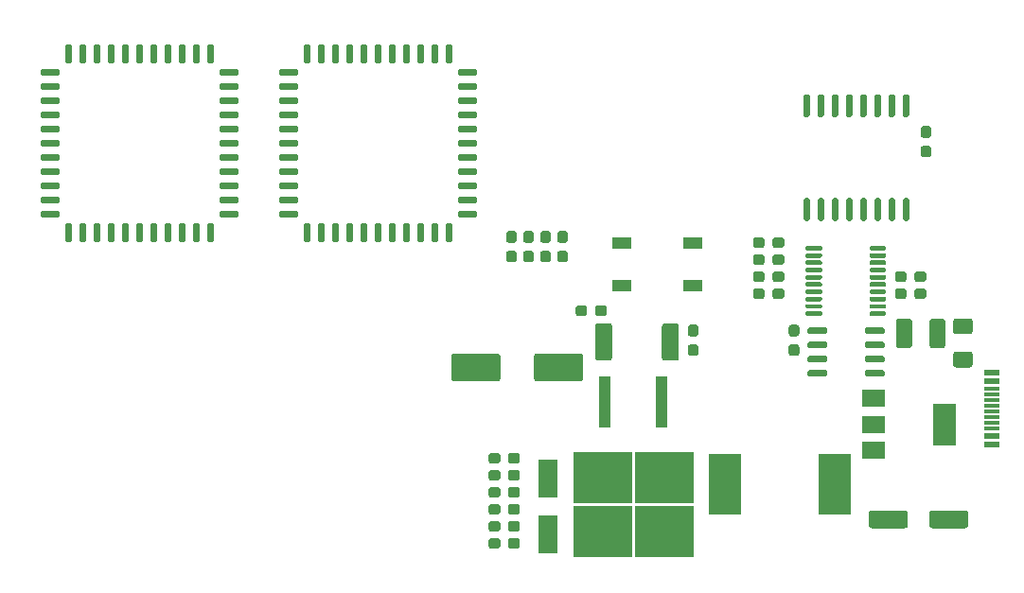
<source format=gbr>
%TF.GenerationSoftware,KiCad,Pcbnew,(5.1.6)-1*%
%TF.CreationDate,2021-01-29T14:11:21+08:00*%
%TF.ProjectId,STM32F0_Nixie_Clock,53544d33-3246-4305-9f4e-697869655f43,V3.0*%
%TF.SameCoordinates,Original*%
%TF.FileFunction,Paste,Top*%
%TF.FilePolarity,Positive*%
%FSLAX46Y46*%
G04 Gerber Fmt 4.6, Leading zero omitted, Abs format (unit mm)*
G04 Created by KiCad (PCBNEW (5.1.6)-1) date 2021-01-29 14:11:21*
%MOMM*%
%LPD*%
G01*
G04 APERTURE LIST*
%ADD10R,1.100000X4.600000*%
%ADD11R,5.250000X4.550000*%
%ADD12R,2.900000X5.400000*%
%ADD13R,1.450000X0.300000*%
%ADD14R,1.450000X0.600000*%
%ADD15R,2.000000X3.800000*%
%ADD16R,2.000000X1.500000*%
%ADD17R,1.700000X1.000000*%
%ADD18R,1.800000X3.500000*%
G04 APERTURE END LIST*
%TO.C,C108*%
G36*
G01*
X193785500Y-94759000D02*
X193310500Y-94759000D01*
G75*
G02*
X193073000Y-94521500I0J237500D01*
G01*
X193073000Y-93946500D01*
G75*
G02*
X193310500Y-93709000I237500J0D01*
G01*
X193785500Y-93709000D01*
G75*
G02*
X194023000Y-93946500I0J-237500D01*
G01*
X194023000Y-94521500D01*
G75*
G02*
X193785500Y-94759000I-237500J0D01*
G01*
G37*
G36*
G01*
X193785500Y-96509000D02*
X193310500Y-96509000D01*
G75*
G02*
X193073000Y-96271500I0J237500D01*
G01*
X193073000Y-95696500D01*
G75*
G02*
X193310500Y-95459000I237500J0D01*
G01*
X193785500Y-95459000D01*
G75*
G02*
X194023000Y-95696500I0J-237500D01*
G01*
X194023000Y-96271500D01*
G75*
G02*
X193785500Y-96509000I-237500J0D01*
G01*
G37*
%TD*%
%TO.C,U101*%
G36*
G01*
X188492500Y-104740000D02*
X188492500Y-104540000D01*
G75*
G02*
X188592500Y-104440000I100000J0D01*
G01*
X189867500Y-104440000D01*
G75*
G02*
X189967500Y-104540000I0J-100000D01*
G01*
X189967500Y-104740000D01*
G75*
G02*
X189867500Y-104840000I-100000J0D01*
G01*
X188592500Y-104840000D01*
G75*
G02*
X188492500Y-104740000I0J100000D01*
G01*
G37*
G36*
G01*
X188492500Y-105390000D02*
X188492500Y-105190000D01*
G75*
G02*
X188592500Y-105090000I100000J0D01*
G01*
X189867500Y-105090000D01*
G75*
G02*
X189967500Y-105190000I0J-100000D01*
G01*
X189967500Y-105390000D01*
G75*
G02*
X189867500Y-105490000I-100000J0D01*
G01*
X188592500Y-105490000D01*
G75*
G02*
X188492500Y-105390000I0J100000D01*
G01*
G37*
G36*
G01*
X188492500Y-106040000D02*
X188492500Y-105840000D01*
G75*
G02*
X188592500Y-105740000I100000J0D01*
G01*
X189867500Y-105740000D01*
G75*
G02*
X189967500Y-105840000I0J-100000D01*
G01*
X189967500Y-106040000D01*
G75*
G02*
X189867500Y-106140000I-100000J0D01*
G01*
X188592500Y-106140000D01*
G75*
G02*
X188492500Y-106040000I0J100000D01*
G01*
G37*
G36*
G01*
X188492500Y-106690000D02*
X188492500Y-106490000D01*
G75*
G02*
X188592500Y-106390000I100000J0D01*
G01*
X189867500Y-106390000D01*
G75*
G02*
X189967500Y-106490000I0J-100000D01*
G01*
X189967500Y-106690000D01*
G75*
G02*
X189867500Y-106790000I-100000J0D01*
G01*
X188592500Y-106790000D01*
G75*
G02*
X188492500Y-106690000I0J100000D01*
G01*
G37*
G36*
G01*
X188492500Y-107340000D02*
X188492500Y-107140000D01*
G75*
G02*
X188592500Y-107040000I100000J0D01*
G01*
X189867500Y-107040000D01*
G75*
G02*
X189967500Y-107140000I0J-100000D01*
G01*
X189967500Y-107340000D01*
G75*
G02*
X189867500Y-107440000I-100000J0D01*
G01*
X188592500Y-107440000D01*
G75*
G02*
X188492500Y-107340000I0J100000D01*
G01*
G37*
G36*
G01*
X188492500Y-107990000D02*
X188492500Y-107790000D01*
G75*
G02*
X188592500Y-107690000I100000J0D01*
G01*
X189867500Y-107690000D01*
G75*
G02*
X189967500Y-107790000I0J-100000D01*
G01*
X189967500Y-107990000D01*
G75*
G02*
X189867500Y-108090000I-100000J0D01*
G01*
X188592500Y-108090000D01*
G75*
G02*
X188492500Y-107990000I0J100000D01*
G01*
G37*
G36*
G01*
X188492500Y-108640000D02*
X188492500Y-108440000D01*
G75*
G02*
X188592500Y-108340000I100000J0D01*
G01*
X189867500Y-108340000D01*
G75*
G02*
X189967500Y-108440000I0J-100000D01*
G01*
X189967500Y-108640000D01*
G75*
G02*
X189867500Y-108740000I-100000J0D01*
G01*
X188592500Y-108740000D01*
G75*
G02*
X188492500Y-108640000I0J100000D01*
G01*
G37*
G36*
G01*
X188492500Y-109290000D02*
X188492500Y-109090000D01*
G75*
G02*
X188592500Y-108990000I100000J0D01*
G01*
X189867500Y-108990000D01*
G75*
G02*
X189967500Y-109090000I0J-100000D01*
G01*
X189967500Y-109290000D01*
G75*
G02*
X189867500Y-109390000I-100000J0D01*
G01*
X188592500Y-109390000D01*
G75*
G02*
X188492500Y-109290000I0J100000D01*
G01*
G37*
G36*
G01*
X188492500Y-109940000D02*
X188492500Y-109740000D01*
G75*
G02*
X188592500Y-109640000I100000J0D01*
G01*
X189867500Y-109640000D01*
G75*
G02*
X189967500Y-109740000I0J-100000D01*
G01*
X189967500Y-109940000D01*
G75*
G02*
X189867500Y-110040000I-100000J0D01*
G01*
X188592500Y-110040000D01*
G75*
G02*
X188492500Y-109940000I0J100000D01*
G01*
G37*
G36*
G01*
X188492500Y-110590000D02*
X188492500Y-110390000D01*
G75*
G02*
X188592500Y-110290000I100000J0D01*
G01*
X189867500Y-110290000D01*
G75*
G02*
X189967500Y-110390000I0J-100000D01*
G01*
X189967500Y-110590000D01*
G75*
G02*
X189867500Y-110690000I-100000J0D01*
G01*
X188592500Y-110690000D01*
G75*
G02*
X188492500Y-110590000I0J100000D01*
G01*
G37*
G36*
G01*
X182767500Y-110590000D02*
X182767500Y-110390000D01*
G75*
G02*
X182867500Y-110290000I100000J0D01*
G01*
X184142500Y-110290000D01*
G75*
G02*
X184242500Y-110390000I0J-100000D01*
G01*
X184242500Y-110590000D01*
G75*
G02*
X184142500Y-110690000I-100000J0D01*
G01*
X182867500Y-110690000D01*
G75*
G02*
X182767500Y-110590000I0J100000D01*
G01*
G37*
G36*
G01*
X182767500Y-109940000D02*
X182767500Y-109740000D01*
G75*
G02*
X182867500Y-109640000I100000J0D01*
G01*
X184142500Y-109640000D01*
G75*
G02*
X184242500Y-109740000I0J-100000D01*
G01*
X184242500Y-109940000D01*
G75*
G02*
X184142500Y-110040000I-100000J0D01*
G01*
X182867500Y-110040000D01*
G75*
G02*
X182767500Y-109940000I0J100000D01*
G01*
G37*
G36*
G01*
X182767500Y-109290000D02*
X182767500Y-109090000D01*
G75*
G02*
X182867500Y-108990000I100000J0D01*
G01*
X184142500Y-108990000D01*
G75*
G02*
X184242500Y-109090000I0J-100000D01*
G01*
X184242500Y-109290000D01*
G75*
G02*
X184142500Y-109390000I-100000J0D01*
G01*
X182867500Y-109390000D01*
G75*
G02*
X182767500Y-109290000I0J100000D01*
G01*
G37*
G36*
G01*
X182767500Y-108640000D02*
X182767500Y-108440000D01*
G75*
G02*
X182867500Y-108340000I100000J0D01*
G01*
X184142500Y-108340000D01*
G75*
G02*
X184242500Y-108440000I0J-100000D01*
G01*
X184242500Y-108640000D01*
G75*
G02*
X184142500Y-108740000I-100000J0D01*
G01*
X182867500Y-108740000D01*
G75*
G02*
X182767500Y-108640000I0J100000D01*
G01*
G37*
G36*
G01*
X182767500Y-107990000D02*
X182767500Y-107790000D01*
G75*
G02*
X182867500Y-107690000I100000J0D01*
G01*
X184142500Y-107690000D01*
G75*
G02*
X184242500Y-107790000I0J-100000D01*
G01*
X184242500Y-107990000D01*
G75*
G02*
X184142500Y-108090000I-100000J0D01*
G01*
X182867500Y-108090000D01*
G75*
G02*
X182767500Y-107990000I0J100000D01*
G01*
G37*
G36*
G01*
X182767500Y-107340000D02*
X182767500Y-107140000D01*
G75*
G02*
X182867500Y-107040000I100000J0D01*
G01*
X184142500Y-107040000D01*
G75*
G02*
X184242500Y-107140000I0J-100000D01*
G01*
X184242500Y-107340000D01*
G75*
G02*
X184142500Y-107440000I-100000J0D01*
G01*
X182867500Y-107440000D01*
G75*
G02*
X182767500Y-107340000I0J100000D01*
G01*
G37*
G36*
G01*
X182767500Y-106690000D02*
X182767500Y-106490000D01*
G75*
G02*
X182867500Y-106390000I100000J0D01*
G01*
X184142500Y-106390000D01*
G75*
G02*
X184242500Y-106490000I0J-100000D01*
G01*
X184242500Y-106690000D01*
G75*
G02*
X184142500Y-106790000I-100000J0D01*
G01*
X182867500Y-106790000D01*
G75*
G02*
X182767500Y-106690000I0J100000D01*
G01*
G37*
G36*
G01*
X182767500Y-106040000D02*
X182767500Y-105840000D01*
G75*
G02*
X182867500Y-105740000I100000J0D01*
G01*
X184142500Y-105740000D01*
G75*
G02*
X184242500Y-105840000I0J-100000D01*
G01*
X184242500Y-106040000D01*
G75*
G02*
X184142500Y-106140000I-100000J0D01*
G01*
X182867500Y-106140000D01*
G75*
G02*
X182767500Y-106040000I0J100000D01*
G01*
G37*
G36*
G01*
X182767500Y-105390000D02*
X182767500Y-105190000D01*
G75*
G02*
X182867500Y-105090000I100000J0D01*
G01*
X184142500Y-105090000D01*
G75*
G02*
X184242500Y-105190000I0J-100000D01*
G01*
X184242500Y-105390000D01*
G75*
G02*
X184142500Y-105490000I-100000J0D01*
G01*
X182867500Y-105490000D01*
G75*
G02*
X182767500Y-105390000I0J100000D01*
G01*
G37*
G36*
G01*
X182767500Y-104740000D02*
X182767500Y-104540000D01*
G75*
G02*
X182867500Y-104440000I100000J0D01*
G01*
X184142500Y-104440000D01*
G75*
G02*
X184242500Y-104540000I0J-100000D01*
G01*
X184242500Y-104740000D01*
G75*
G02*
X184142500Y-104840000I-100000J0D01*
G01*
X182867500Y-104840000D01*
G75*
G02*
X182767500Y-104740000I0J100000D01*
G01*
G37*
%TD*%
%TO.C,U103*%
G36*
G01*
X191620000Y-90845000D02*
X191920000Y-90845000D01*
G75*
G02*
X192070000Y-90995000I0J-150000D01*
G01*
X192070000Y-92745000D01*
G75*
G02*
X191920000Y-92895000I-150000J0D01*
G01*
X191620000Y-92895000D01*
G75*
G02*
X191470000Y-92745000I0J150000D01*
G01*
X191470000Y-90995000D01*
G75*
G02*
X191620000Y-90845000I150000J0D01*
G01*
G37*
G36*
G01*
X190350000Y-90845000D02*
X190650000Y-90845000D01*
G75*
G02*
X190800000Y-90995000I0J-150000D01*
G01*
X190800000Y-92745000D01*
G75*
G02*
X190650000Y-92895000I-150000J0D01*
G01*
X190350000Y-92895000D01*
G75*
G02*
X190200000Y-92745000I0J150000D01*
G01*
X190200000Y-90995000D01*
G75*
G02*
X190350000Y-90845000I150000J0D01*
G01*
G37*
G36*
G01*
X189080000Y-90845000D02*
X189380000Y-90845000D01*
G75*
G02*
X189530000Y-90995000I0J-150000D01*
G01*
X189530000Y-92745000D01*
G75*
G02*
X189380000Y-92895000I-150000J0D01*
G01*
X189080000Y-92895000D01*
G75*
G02*
X188930000Y-92745000I0J150000D01*
G01*
X188930000Y-90995000D01*
G75*
G02*
X189080000Y-90845000I150000J0D01*
G01*
G37*
G36*
G01*
X187810000Y-90845000D02*
X188110000Y-90845000D01*
G75*
G02*
X188260000Y-90995000I0J-150000D01*
G01*
X188260000Y-92745000D01*
G75*
G02*
X188110000Y-92895000I-150000J0D01*
G01*
X187810000Y-92895000D01*
G75*
G02*
X187660000Y-92745000I0J150000D01*
G01*
X187660000Y-90995000D01*
G75*
G02*
X187810000Y-90845000I150000J0D01*
G01*
G37*
G36*
G01*
X186540000Y-90845000D02*
X186840000Y-90845000D01*
G75*
G02*
X186990000Y-90995000I0J-150000D01*
G01*
X186990000Y-92745000D01*
G75*
G02*
X186840000Y-92895000I-150000J0D01*
G01*
X186540000Y-92895000D01*
G75*
G02*
X186390000Y-92745000I0J150000D01*
G01*
X186390000Y-90995000D01*
G75*
G02*
X186540000Y-90845000I150000J0D01*
G01*
G37*
G36*
G01*
X185270000Y-90845000D02*
X185570000Y-90845000D01*
G75*
G02*
X185720000Y-90995000I0J-150000D01*
G01*
X185720000Y-92745000D01*
G75*
G02*
X185570000Y-92895000I-150000J0D01*
G01*
X185270000Y-92895000D01*
G75*
G02*
X185120000Y-92745000I0J150000D01*
G01*
X185120000Y-90995000D01*
G75*
G02*
X185270000Y-90845000I150000J0D01*
G01*
G37*
G36*
G01*
X184000000Y-90845000D02*
X184300000Y-90845000D01*
G75*
G02*
X184450000Y-90995000I0J-150000D01*
G01*
X184450000Y-92745000D01*
G75*
G02*
X184300000Y-92895000I-150000J0D01*
G01*
X184000000Y-92895000D01*
G75*
G02*
X183850000Y-92745000I0J150000D01*
G01*
X183850000Y-90995000D01*
G75*
G02*
X184000000Y-90845000I150000J0D01*
G01*
G37*
G36*
G01*
X182730000Y-90845000D02*
X183030000Y-90845000D01*
G75*
G02*
X183180000Y-90995000I0J-150000D01*
G01*
X183180000Y-92745000D01*
G75*
G02*
X183030000Y-92895000I-150000J0D01*
G01*
X182730000Y-92895000D01*
G75*
G02*
X182580000Y-92745000I0J150000D01*
G01*
X182580000Y-90995000D01*
G75*
G02*
X182730000Y-90845000I150000J0D01*
G01*
G37*
G36*
G01*
X182730000Y-100145000D02*
X183030000Y-100145000D01*
G75*
G02*
X183180000Y-100295000I0J-150000D01*
G01*
X183180000Y-102045000D01*
G75*
G02*
X183030000Y-102195000I-150000J0D01*
G01*
X182730000Y-102195000D01*
G75*
G02*
X182580000Y-102045000I0J150000D01*
G01*
X182580000Y-100295000D01*
G75*
G02*
X182730000Y-100145000I150000J0D01*
G01*
G37*
G36*
G01*
X184000000Y-100145000D02*
X184300000Y-100145000D01*
G75*
G02*
X184450000Y-100295000I0J-150000D01*
G01*
X184450000Y-102045000D01*
G75*
G02*
X184300000Y-102195000I-150000J0D01*
G01*
X184000000Y-102195000D01*
G75*
G02*
X183850000Y-102045000I0J150000D01*
G01*
X183850000Y-100295000D01*
G75*
G02*
X184000000Y-100145000I150000J0D01*
G01*
G37*
G36*
G01*
X185270000Y-100145000D02*
X185570000Y-100145000D01*
G75*
G02*
X185720000Y-100295000I0J-150000D01*
G01*
X185720000Y-102045000D01*
G75*
G02*
X185570000Y-102195000I-150000J0D01*
G01*
X185270000Y-102195000D01*
G75*
G02*
X185120000Y-102045000I0J150000D01*
G01*
X185120000Y-100295000D01*
G75*
G02*
X185270000Y-100145000I150000J0D01*
G01*
G37*
G36*
G01*
X186540000Y-100145000D02*
X186840000Y-100145000D01*
G75*
G02*
X186990000Y-100295000I0J-150000D01*
G01*
X186990000Y-102045000D01*
G75*
G02*
X186840000Y-102195000I-150000J0D01*
G01*
X186540000Y-102195000D01*
G75*
G02*
X186390000Y-102045000I0J150000D01*
G01*
X186390000Y-100295000D01*
G75*
G02*
X186540000Y-100145000I150000J0D01*
G01*
G37*
G36*
G01*
X187810000Y-100145000D02*
X188110000Y-100145000D01*
G75*
G02*
X188260000Y-100295000I0J-150000D01*
G01*
X188260000Y-102045000D01*
G75*
G02*
X188110000Y-102195000I-150000J0D01*
G01*
X187810000Y-102195000D01*
G75*
G02*
X187660000Y-102045000I0J150000D01*
G01*
X187660000Y-100295000D01*
G75*
G02*
X187810000Y-100145000I150000J0D01*
G01*
G37*
G36*
G01*
X189080000Y-100145000D02*
X189380000Y-100145000D01*
G75*
G02*
X189530000Y-100295000I0J-150000D01*
G01*
X189530000Y-102045000D01*
G75*
G02*
X189380000Y-102195000I-150000J0D01*
G01*
X189080000Y-102195000D01*
G75*
G02*
X188930000Y-102045000I0J150000D01*
G01*
X188930000Y-100295000D01*
G75*
G02*
X189080000Y-100145000I150000J0D01*
G01*
G37*
G36*
G01*
X190350000Y-100145000D02*
X190650000Y-100145000D01*
G75*
G02*
X190800000Y-100295000I0J-150000D01*
G01*
X190800000Y-102045000D01*
G75*
G02*
X190650000Y-102195000I-150000J0D01*
G01*
X190350000Y-102195000D01*
G75*
G02*
X190200000Y-102045000I0J150000D01*
G01*
X190200000Y-100295000D01*
G75*
G02*
X190350000Y-100145000I150000J0D01*
G01*
G37*
G36*
G01*
X191620000Y-100145000D02*
X191920000Y-100145000D01*
G75*
G02*
X192070000Y-100295000I0J-150000D01*
G01*
X192070000Y-102045000D01*
G75*
G02*
X191920000Y-102195000I-150000J0D01*
G01*
X191620000Y-102195000D01*
G75*
G02*
X191470000Y-102045000I0J150000D01*
G01*
X191470000Y-100295000D01*
G75*
G02*
X191620000Y-100145000I150000J0D01*
G01*
G37*
%TD*%
%TO.C,U106*%
G36*
G01*
X145496000Y-87950000D02*
X145496000Y-86550000D01*
G75*
G02*
X145646000Y-86400000I150000J0D01*
G01*
X145946000Y-86400000D01*
G75*
G02*
X146096000Y-86550000I0J-150000D01*
G01*
X146096000Y-87950000D01*
G75*
G02*
X145946000Y-88100000I-150000J0D01*
G01*
X145646000Y-88100000D01*
G75*
G02*
X145496000Y-87950000I0J150000D01*
G01*
G37*
G36*
G01*
X146766000Y-87950000D02*
X146766000Y-86550000D01*
G75*
G02*
X146916000Y-86400000I150000J0D01*
G01*
X147216000Y-86400000D01*
G75*
G02*
X147366000Y-86550000I0J-150000D01*
G01*
X147366000Y-87950000D01*
G75*
G02*
X147216000Y-88100000I-150000J0D01*
G01*
X146916000Y-88100000D01*
G75*
G02*
X146766000Y-87950000I0J150000D01*
G01*
G37*
G36*
G01*
X148036000Y-87950000D02*
X148036000Y-86550000D01*
G75*
G02*
X148186000Y-86400000I150000J0D01*
G01*
X148486000Y-86400000D01*
G75*
G02*
X148636000Y-86550000I0J-150000D01*
G01*
X148636000Y-87950000D01*
G75*
G02*
X148486000Y-88100000I-150000J0D01*
G01*
X148186000Y-88100000D01*
G75*
G02*
X148036000Y-87950000I0J150000D01*
G01*
G37*
G36*
G01*
X149306000Y-87950000D02*
X149306000Y-86550000D01*
G75*
G02*
X149456000Y-86400000I150000J0D01*
G01*
X149756000Y-86400000D01*
G75*
G02*
X149906000Y-86550000I0J-150000D01*
G01*
X149906000Y-87950000D01*
G75*
G02*
X149756000Y-88100000I-150000J0D01*
G01*
X149456000Y-88100000D01*
G75*
G02*
X149306000Y-87950000I0J150000D01*
G01*
G37*
G36*
G01*
X150576000Y-87950000D02*
X150576000Y-86550000D01*
G75*
G02*
X150726000Y-86400000I150000J0D01*
G01*
X151026000Y-86400000D01*
G75*
G02*
X151176000Y-86550000I0J-150000D01*
G01*
X151176000Y-87950000D01*
G75*
G02*
X151026000Y-88100000I-150000J0D01*
G01*
X150726000Y-88100000D01*
G75*
G02*
X150576000Y-87950000I0J150000D01*
G01*
G37*
G36*
G01*
X151676000Y-89050000D02*
X151676000Y-88750000D01*
G75*
G02*
X151826000Y-88600000I150000J0D01*
G01*
X153226000Y-88600000D01*
G75*
G02*
X153376000Y-88750000I0J-150000D01*
G01*
X153376000Y-89050000D01*
G75*
G02*
X153226000Y-89200000I-150000J0D01*
G01*
X151826000Y-89200000D01*
G75*
G02*
X151676000Y-89050000I0J150000D01*
G01*
G37*
G36*
G01*
X151676000Y-90320000D02*
X151676000Y-90020000D01*
G75*
G02*
X151826000Y-89870000I150000J0D01*
G01*
X153226000Y-89870000D01*
G75*
G02*
X153376000Y-90020000I0J-150000D01*
G01*
X153376000Y-90320000D01*
G75*
G02*
X153226000Y-90470000I-150000J0D01*
G01*
X151826000Y-90470000D01*
G75*
G02*
X151676000Y-90320000I0J150000D01*
G01*
G37*
G36*
G01*
X151676000Y-91590000D02*
X151676000Y-91290000D01*
G75*
G02*
X151826000Y-91140000I150000J0D01*
G01*
X153226000Y-91140000D01*
G75*
G02*
X153376000Y-91290000I0J-150000D01*
G01*
X153376000Y-91590000D01*
G75*
G02*
X153226000Y-91740000I-150000J0D01*
G01*
X151826000Y-91740000D01*
G75*
G02*
X151676000Y-91590000I0J150000D01*
G01*
G37*
G36*
G01*
X151676000Y-92860000D02*
X151676000Y-92560000D01*
G75*
G02*
X151826000Y-92410000I150000J0D01*
G01*
X153226000Y-92410000D01*
G75*
G02*
X153376000Y-92560000I0J-150000D01*
G01*
X153376000Y-92860000D01*
G75*
G02*
X153226000Y-93010000I-150000J0D01*
G01*
X151826000Y-93010000D01*
G75*
G02*
X151676000Y-92860000I0J150000D01*
G01*
G37*
G36*
G01*
X151676000Y-94130000D02*
X151676000Y-93830000D01*
G75*
G02*
X151826000Y-93680000I150000J0D01*
G01*
X153226000Y-93680000D01*
G75*
G02*
X153376000Y-93830000I0J-150000D01*
G01*
X153376000Y-94130000D01*
G75*
G02*
X153226000Y-94280000I-150000J0D01*
G01*
X151826000Y-94280000D01*
G75*
G02*
X151676000Y-94130000I0J150000D01*
G01*
G37*
G36*
G01*
X151676000Y-95400000D02*
X151676000Y-95100000D01*
G75*
G02*
X151826000Y-94950000I150000J0D01*
G01*
X153226000Y-94950000D01*
G75*
G02*
X153376000Y-95100000I0J-150000D01*
G01*
X153376000Y-95400000D01*
G75*
G02*
X153226000Y-95550000I-150000J0D01*
G01*
X151826000Y-95550000D01*
G75*
G02*
X151676000Y-95400000I0J150000D01*
G01*
G37*
G36*
G01*
X151676000Y-96670000D02*
X151676000Y-96370000D01*
G75*
G02*
X151826000Y-96220000I150000J0D01*
G01*
X153226000Y-96220000D01*
G75*
G02*
X153376000Y-96370000I0J-150000D01*
G01*
X153376000Y-96670000D01*
G75*
G02*
X153226000Y-96820000I-150000J0D01*
G01*
X151826000Y-96820000D01*
G75*
G02*
X151676000Y-96670000I0J150000D01*
G01*
G37*
G36*
G01*
X151676000Y-97940000D02*
X151676000Y-97640000D01*
G75*
G02*
X151826000Y-97490000I150000J0D01*
G01*
X153226000Y-97490000D01*
G75*
G02*
X153376000Y-97640000I0J-150000D01*
G01*
X153376000Y-97940000D01*
G75*
G02*
X153226000Y-98090000I-150000J0D01*
G01*
X151826000Y-98090000D01*
G75*
G02*
X151676000Y-97940000I0J150000D01*
G01*
G37*
G36*
G01*
X151676000Y-99210000D02*
X151676000Y-98910000D01*
G75*
G02*
X151826000Y-98760000I150000J0D01*
G01*
X153226000Y-98760000D01*
G75*
G02*
X153376000Y-98910000I0J-150000D01*
G01*
X153376000Y-99210000D01*
G75*
G02*
X153226000Y-99360000I-150000J0D01*
G01*
X151826000Y-99360000D01*
G75*
G02*
X151676000Y-99210000I0J150000D01*
G01*
G37*
G36*
G01*
X151676000Y-100480000D02*
X151676000Y-100180000D01*
G75*
G02*
X151826000Y-100030000I150000J0D01*
G01*
X153226000Y-100030000D01*
G75*
G02*
X153376000Y-100180000I0J-150000D01*
G01*
X153376000Y-100480000D01*
G75*
G02*
X153226000Y-100630000I-150000J0D01*
G01*
X151826000Y-100630000D01*
G75*
G02*
X151676000Y-100480000I0J150000D01*
G01*
G37*
G36*
G01*
X151676000Y-101750000D02*
X151676000Y-101450000D01*
G75*
G02*
X151826000Y-101300000I150000J0D01*
G01*
X153226000Y-101300000D01*
G75*
G02*
X153376000Y-101450000I0J-150000D01*
G01*
X153376000Y-101750000D01*
G75*
G02*
X153226000Y-101900000I-150000J0D01*
G01*
X151826000Y-101900000D01*
G75*
G02*
X151676000Y-101750000I0J150000D01*
G01*
G37*
G36*
G01*
X150576000Y-103950000D02*
X150576000Y-102550000D01*
G75*
G02*
X150726000Y-102400000I150000J0D01*
G01*
X151026000Y-102400000D01*
G75*
G02*
X151176000Y-102550000I0J-150000D01*
G01*
X151176000Y-103950000D01*
G75*
G02*
X151026000Y-104100000I-150000J0D01*
G01*
X150726000Y-104100000D01*
G75*
G02*
X150576000Y-103950000I0J150000D01*
G01*
G37*
G36*
G01*
X149306000Y-103950000D02*
X149306000Y-102550000D01*
G75*
G02*
X149456000Y-102400000I150000J0D01*
G01*
X149756000Y-102400000D01*
G75*
G02*
X149906000Y-102550000I0J-150000D01*
G01*
X149906000Y-103950000D01*
G75*
G02*
X149756000Y-104100000I-150000J0D01*
G01*
X149456000Y-104100000D01*
G75*
G02*
X149306000Y-103950000I0J150000D01*
G01*
G37*
G36*
G01*
X148036000Y-103950000D02*
X148036000Y-102550000D01*
G75*
G02*
X148186000Y-102400000I150000J0D01*
G01*
X148486000Y-102400000D01*
G75*
G02*
X148636000Y-102550000I0J-150000D01*
G01*
X148636000Y-103950000D01*
G75*
G02*
X148486000Y-104100000I-150000J0D01*
G01*
X148186000Y-104100000D01*
G75*
G02*
X148036000Y-103950000I0J150000D01*
G01*
G37*
G36*
G01*
X146766000Y-103950000D02*
X146766000Y-102550000D01*
G75*
G02*
X146916000Y-102400000I150000J0D01*
G01*
X147216000Y-102400000D01*
G75*
G02*
X147366000Y-102550000I0J-150000D01*
G01*
X147366000Y-103950000D01*
G75*
G02*
X147216000Y-104100000I-150000J0D01*
G01*
X146916000Y-104100000D01*
G75*
G02*
X146766000Y-103950000I0J150000D01*
G01*
G37*
G36*
G01*
X145496000Y-103950000D02*
X145496000Y-102550000D01*
G75*
G02*
X145646000Y-102400000I150000J0D01*
G01*
X145946000Y-102400000D01*
G75*
G02*
X146096000Y-102550000I0J-150000D01*
G01*
X146096000Y-103950000D01*
G75*
G02*
X145946000Y-104100000I-150000J0D01*
G01*
X145646000Y-104100000D01*
G75*
G02*
X145496000Y-103950000I0J150000D01*
G01*
G37*
G36*
G01*
X144226000Y-103950000D02*
X144226000Y-102550000D01*
G75*
G02*
X144376000Y-102400000I150000J0D01*
G01*
X144676000Y-102400000D01*
G75*
G02*
X144826000Y-102550000I0J-150000D01*
G01*
X144826000Y-103950000D01*
G75*
G02*
X144676000Y-104100000I-150000J0D01*
G01*
X144376000Y-104100000D01*
G75*
G02*
X144226000Y-103950000I0J150000D01*
G01*
G37*
G36*
G01*
X142956000Y-103950000D02*
X142956000Y-102550000D01*
G75*
G02*
X143106000Y-102400000I150000J0D01*
G01*
X143406000Y-102400000D01*
G75*
G02*
X143556000Y-102550000I0J-150000D01*
G01*
X143556000Y-103950000D01*
G75*
G02*
X143406000Y-104100000I-150000J0D01*
G01*
X143106000Y-104100000D01*
G75*
G02*
X142956000Y-103950000I0J150000D01*
G01*
G37*
G36*
G01*
X141686000Y-103950000D02*
X141686000Y-102550000D01*
G75*
G02*
X141836000Y-102400000I150000J0D01*
G01*
X142136000Y-102400000D01*
G75*
G02*
X142286000Y-102550000I0J-150000D01*
G01*
X142286000Y-103950000D01*
G75*
G02*
X142136000Y-104100000I-150000J0D01*
G01*
X141836000Y-104100000D01*
G75*
G02*
X141686000Y-103950000I0J150000D01*
G01*
G37*
G36*
G01*
X140416000Y-103950000D02*
X140416000Y-102550000D01*
G75*
G02*
X140566000Y-102400000I150000J0D01*
G01*
X140866000Y-102400000D01*
G75*
G02*
X141016000Y-102550000I0J-150000D01*
G01*
X141016000Y-103950000D01*
G75*
G02*
X140866000Y-104100000I-150000J0D01*
G01*
X140566000Y-104100000D01*
G75*
G02*
X140416000Y-103950000I0J150000D01*
G01*
G37*
G36*
G01*
X139146000Y-103950000D02*
X139146000Y-102550000D01*
G75*
G02*
X139296000Y-102400000I150000J0D01*
G01*
X139596000Y-102400000D01*
G75*
G02*
X139746000Y-102550000I0J-150000D01*
G01*
X139746000Y-103950000D01*
G75*
G02*
X139596000Y-104100000I-150000J0D01*
G01*
X139296000Y-104100000D01*
G75*
G02*
X139146000Y-103950000I0J150000D01*
G01*
G37*
G36*
G01*
X137876000Y-103950000D02*
X137876000Y-102550000D01*
G75*
G02*
X138026000Y-102400000I150000J0D01*
G01*
X138326000Y-102400000D01*
G75*
G02*
X138476000Y-102550000I0J-150000D01*
G01*
X138476000Y-103950000D01*
G75*
G02*
X138326000Y-104100000I-150000J0D01*
G01*
X138026000Y-104100000D01*
G75*
G02*
X137876000Y-103950000I0J150000D01*
G01*
G37*
G36*
G01*
X135676000Y-101750000D02*
X135676000Y-101450000D01*
G75*
G02*
X135826000Y-101300000I150000J0D01*
G01*
X137226000Y-101300000D01*
G75*
G02*
X137376000Y-101450000I0J-150000D01*
G01*
X137376000Y-101750000D01*
G75*
G02*
X137226000Y-101900000I-150000J0D01*
G01*
X135826000Y-101900000D01*
G75*
G02*
X135676000Y-101750000I0J150000D01*
G01*
G37*
G36*
G01*
X135676000Y-100480000D02*
X135676000Y-100180000D01*
G75*
G02*
X135826000Y-100030000I150000J0D01*
G01*
X137226000Y-100030000D01*
G75*
G02*
X137376000Y-100180000I0J-150000D01*
G01*
X137376000Y-100480000D01*
G75*
G02*
X137226000Y-100630000I-150000J0D01*
G01*
X135826000Y-100630000D01*
G75*
G02*
X135676000Y-100480000I0J150000D01*
G01*
G37*
G36*
G01*
X135676000Y-99210000D02*
X135676000Y-98910000D01*
G75*
G02*
X135826000Y-98760000I150000J0D01*
G01*
X137226000Y-98760000D01*
G75*
G02*
X137376000Y-98910000I0J-150000D01*
G01*
X137376000Y-99210000D01*
G75*
G02*
X137226000Y-99360000I-150000J0D01*
G01*
X135826000Y-99360000D01*
G75*
G02*
X135676000Y-99210000I0J150000D01*
G01*
G37*
G36*
G01*
X135676000Y-97940000D02*
X135676000Y-97640000D01*
G75*
G02*
X135826000Y-97490000I150000J0D01*
G01*
X137226000Y-97490000D01*
G75*
G02*
X137376000Y-97640000I0J-150000D01*
G01*
X137376000Y-97940000D01*
G75*
G02*
X137226000Y-98090000I-150000J0D01*
G01*
X135826000Y-98090000D01*
G75*
G02*
X135676000Y-97940000I0J150000D01*
G01*
G37*
G36*
G01*
X135676000Y-96670000D02*
X135676000Y-96370000D01*
G75*
G02*
X135826000Y-96220000I150000J0D01*
G01*
X137226000Y-96220000D01*
G75*
G02*
X137376000Y-96370000I0J-150000D01*
G01*
X137376000Y-96670000D01*
G75*
G02*
X137226000Y-96820000I-150000J0D01*
G01*
X135826000Y-96820000D01*
G75*
G02*
X135676000Y-96670000I0J150000D01*
G01*
G37*
G36*
G01*
X135676000Y-95400000D02*
X135676000Y-95100000D01*
G75*
G02*
X135826000Y-94950000I150000J0D01*
G01*
X137226000Y-94950000D01*
G75*
G02*
X137376000Y-95100000I0J-150000D01*
G01*
X137376000Y-95400000D01*
G75*
G02*
X137226000Y-95550000I-150000J0D01*
G01*
X135826000Y-95550000D01*
G75*
G02*
X135676000Y-95400000I0J150000D01*
G01*
G37*
G36*
G01*
X135676000Y-94130000D02*
X135676000Y-93830000D01*
G75*
G02*
X135826000Y-93680000I150000J0D01*
G01*
X137226000Y-93680000D01*
G75*
G02*
X137376000Y-93830000I0J-150000D01*
G01*
X137376000Y-94130000D01*
G75*
G02*
X137226000Y-94280000I-150000J0D01*
G01*
X135826000Y-94280000D01*
G75*
G02*
X135676000Y-94130000I0J150000D01*
G01*
G37*
G36*
G01*
X135676000Y-92860000D02*
X135676000Y-92560000D01*
G75*
G02*
X135826000Y-92410000I150000J0D01*
G01*
X137226000Y-92410000D01*
G75*
G02*
X137376000Y-92560000I0J-150000D01*
G01*
X137376000Y-92860000D01*
G75*
G02*
X137226000Y-93010000I-150000J0D01*
G01*
X135826000Y-93010000D01*
G75*
G02*
X135676000Y-92860000I0J150000D01*
G01*
G37*
G36*
G01*
X135676000Y-91590000D02*
X135676000Y-91290000D01*
G75*
G02*
X135826000Y-91140000I150000J0D01*
G01*
X137226000Y-91140000D01*
G75*
G02*
X137376000Y-91290000I0J-150000D01*
G01*
X137376000Y-91590000D01*
G75*
G02*
X137226000Y-91740000I-150000J0D01*
G01*
X135826000Y-91740000D01*
G75*
G02*
X135676000Y-91590000I0J150000D01*
G01*
G37*
G36*
G01*
X135676000Y-90320000D02*
X135676000Y-90020000D01*
G75*
G02*
X135826000Y-89870000I150000J0D01*
G01*
X137226000Y-89870000D01*
G75*
G02*
X137376000Y-90020000I0J-150000D01*
G01*
X137376000Y-90320000D01*
G75*
G02*
X137226000Y-90470000I-150000J0D01*
G01*
X135826000Y-90470000D01*
G75*
G02*
X135676000Y-90320000I0J150000D01*
G01*
G37*
G36*
G01*
X135676000Y-89050000D02*
X135676000Y-88750000D01*
G75*
G02*
X135826000Y-88600000I150000J0D01*
G01*
X137226000Y-88600000D01*
G75*
G02*
X137376000Y-88750000I0J-150000D01*
G01*
X137376000Y-89050000D01*
G75*
G02*
X137226000Y-89200000I-150000J0D01*
G01*
X135826000Y-89200000D01*
G75*
G02*
X135676000Y-89050000I0J150000D01*
G01*
G37*
G36*
G01*
X137876000Y-87950000D02*
X137876000Y-86550000D01*
G75*
G02*
X138026000Y-86400000I150000J0D01*
G01*
X138326000Y-86400000D01*
G75*
G02*
X138476000Y-86550000I0J-150000D01*
G01*
X138476000Y-87950000D01*
G75*
G02*
X138326000Y-88100000I-150000J0D01*
G01*
X138026000Y-88100000D01*
G75*
G02*
X137876000Y-87950000I0J150000D01*
G01*
G37*
G36*
G01*
X139146000Y-87950000D02*
X139146000Y-86550000D01*
G75*
G02*
X139296000Y-86400000I150000J0D01*
G01*
X139596000Y-86400000D01*
G75*
G02*
X139746000Y-86550000I0J-150000D01*
G01*
X139746000Y-87950000D01*
G75*
G02*
X139596000Y-88100000I-150000J0D01*
G01*
X139296000Y-88100000D01*
G75*
G02*
X139146000Y-87950000I0J150000D01*
G01*
G37*
G36*
G01*
X140416000Y-87950000D02*
X140416000Y-86550000D01*
G75*
G02*
X140566000Y-86400000I150000J0D01*
G01*
X140866000Y-86400000D01*
G75*
G02*
X141016000Y-86550000I0J-150000D01*
G01*
X141016000Y-87950000D01*
G75*
G02*
X140866000Y-88100000I-150000J0D01*
G01*
X140566000Y-88100000D01*
G75*
G02*
X140416000Y-87950000I0J150000D01*
G01*
G37*
G36*
G01*
X141686000Y-87950000D02*
X141686000Y-86550000D01*
G75*
G02*
X141836000Y-86400000I150000J0D01*
G01*
X142136000Y-86400000D01*
G75*
G02*
X142286000Y-86550000I0J-150000D01*
G01*
X142286000Y-87950000D01*
G75*
G02*
X142136000Y-88100000I-150000J0D01*
G01*
X141836000Y-88100000D01*
G75*
G02*
X141686000Y-87950000I0J150000D01*
G01*
G37*
G36*
G01*
X142956000Y-87950000D02*
X142956000Y-86550000D01*
G75*
G02*
X143106000Y-86400000I150000J0D01*
G01*
X143406000Y-86400000D01*
G75*
G02*
X143556000Y-86550000I0J-150000D01*
G01*
X143556000Y-87950000D01*
G75*
G02*
X143406000Y-88100000I-150000J0D01*
G01*
X143106000Y-88100000D01*
G75*
G02*
X142956000Y-87950000I0J150000D01*
G01*
G37*
G36*
G01*
X144226000Y-87950000D02*
X144226000Y-86550000D01*
G75*
G02*
X144376000Y-86400000I150000J0D01*
G01*
X144676000Y-86400000D01*
G75*
G02*
X144826000Y-86550000I0J-150000D01*
G01*
X144826000Y-87950000D01*
G75*
G02*
X144676000Y-88100000I-150000J0D01*
G01*
X144376000Y-88100000D01*
G75*
G02*
X144226000Y-87950000I0J150000D01*
G01*
G37*
%TD*%
D10*
%TO.C,Q101*%
X169926000Y-118431000D03*
X164846000Y-118431000D03*
D11*
X164611000Y-130006000D03*
X170161000Y-125156000D03*
X170161000Y-130006000D03*
X164611000Y-125156000D03*
%TD*%
D12*
%TO.C,L101*%
X175520000Y-125730000D03*
X185420000Y-125730000D03*
%TD*%
%TO.C,C106*%
G36*
G01*
X188430000Y-129455000D02*
X188430000Y-128355000D01*
G75*
G02*
X188680000Y-128105000I250000J0D01*
G01*
X191680000Y-128105000D01*
G75*
G02*
X191930000Y-128355000I0J-250000D01*
G01*
X191930000Y-129455000D01*
G75*
G02*
X191680000Y-129705000I-250000J0D01*
G01*
X188680000Y-129705000D01*
G75*
G02*
X188430000Y-129455000I0J250000D01*
G01*
G37*
G36*
G01*
X193830000Y-129455000D02*
X193830000Y-128355000D01*
G75*
G02*
X194080000Y-128105000I250000J0D01*
G01*
X197080000Y-128105000D01*
G75*
G02*
X197330000Y-128355000I0J-250000D01*
G01*
X197330000Y-129455000D01*
G75*
G02*
X197080000Y-129705000I-250000J0D01*
G01*
X194080000Y-129705000D01*
G75*
G02*
X193830000Y-129455000I0J250000D01*
G01*
G37*
%TD*%
%TO.C,R117*%
G36*
G01*
X161273500Y-104157000D02*
X160798500Y-104157000D01*
G75*
G02*
X160561000Y-103919500I0J237500D01*
G01*
X160561000Y-103344500D01*
G75*
G02*
X160798500Y-103107000I237500J0D01*
G01*
X161273500Y-103107000D01*
G75*
G02*
X161511000Y-103344500I0J-237500D01*
G01*
X161511000Y-103919500D01*
G75*
G02*
X161273500Y-104157000I-237500J0D01*
G01*
G37*
G36*
G01*
X161273500Y-105907000D02*
X160798500Y-105907000D01*
G75*
G02*
X160561000Y-105669500I0J237500D01*
G01*
X160561000Y-105094500D01*
G75*
G02*
X160798500Y-104857000I237500J0D01*
G01*
X161273500Y-104857000D01*
G75*
G02*
X161511000Y-105094500I0J-237500D01*
G01*
X161511000Y-105669500D01*
G75*
G02*
X161273500Y-105907000I-237500J0D01*
G01*
G37*
%TD*%
%TO.C,R116*%
G36*
G01*
X159749500Y-104157000D02*
X159274500Y-104157000D01*
G75*
G02*
X159037000Y-103919500I0J237500D01*
G01*
X159037000Y-103344500D01*
G75*
G02*
X159274500Y-103107000I237500J0D01*
G01*
X159749500Y-103107000D01*
G75*
G02*
X159987000Y-103344500I0J-237500D01*
G01*
X159987000Y-103919500D01*
G75*
G02*
X159749500Y-104157000I-237500J0D01*
G01*
G37*
G36*
G01*
X159749500Y-105907000D02*
X159274500Y-105907000D01*
G75*
G02*
X159037000Y-105669500I0J237500D01*
G01*
X159037000Y-105094500D01*
G75*
G02*
X159274500Y-104857000I237500J0D01*
G01*
X159749500Y-104857000D01*
G75*
G02*
X159987000Y-105094500I0J-237500D01*
G01*
X159987000Y-105669500D01*
G75*
G02*
X159749500Y-105907000I-237500J0D01*
G01*
G37*
%TD*%
%TO.C,R115*%
G36*
G01*
X158225500Y-104157000D02*
X157750500Y-104157000D01*
G75*
G02*
X157513000Y-103919500I0J237500D01*
G01*
X157513000Y-103344500D01*
G75*
G02*
X157750500Y-103107000I237500J0D01*
G01*
X158225500Y-103107000D01*
G75*
G02*
X158463000Y-103344500I0J-237500D01*
G01*
X158463000Y-103919500D01*
G75*
G02*
X158225500Y-104157000I-237500J0D01*
G01*
G37*
G36*
G01*
X158225500Y-105907000D02*
X157750500Y-105907000D01*
G75*
G02*
X157513000Y-105669500I0J237500D01*
G01*
X157513000Y-105094500D01*
G75*
G02*
X157750500Y-104857000I237500J0D01*
G01*
X158225500Y-104857000D01*
G75*
G02*
X158463000Y-105094500I0J-237500D01*
G01*
X158463000Y-105669500D01*
G75*
G02*
X158225500Y-105907000I-237500J0D01*
G01*
G37*
%TD*%
%TO.C,R114*%
G36*
G01*
X156701500Y-104157000D02*
X156226500Y-104157000D01*
G75*
G02*
X155989000Y-103919500I0J237500D01*
G01*
X155989000Y-103344500D01*
G75*
G02*
X156226500Y-103107000I237500J0D01*
G01*
X156701500Y-103107000D01*
G75*
G02*
X156939000Y-103344500I0J-237500D01*
G01*
X156939000Y-103919500D01*
G75*
G02*
X156701500Y-104157000I-237500J0D01*
G01*
G37*
G36*
G01*
X156701500Y-105907000D02*
X156226500Y-105907000D01*
G75*
G02*
X155989000Y-105669500I0J237500D01*
G01*
X155989000Y-105094500D01*
G75*
G02*
X156226500Y-104857000I237500J0D01*
G01*
X156701500Y-104857000D01*
G75*
G02*
X156939000Y-105094500I0J-237500D01*
G01*
X156939000Y-105669500D01*
G75*
G02*
X156701500Y-105907000I-237500J0D01*
G01*
G37*
%TD*%
%TO.C,R113*%
G36*
G01*
X155465000Y-123206500D02*
X155465000Y-123681500D01*
G75*
G02*
X155227500Y-123919000I-237500J0D01*
G01*
X154652500Y-123919000D01*
G75*
G02*
X154415000Y-123681500I0J237500D01*
G01*
X154415000Y-123206500D01*
G75*
G02*
X154652500Y-122969000I237500J0D01*
G01*
X155227500Y-122969000D01*
G75*
G02*
X155465000Y-123206500I0J-237500D01*
G01*
G37*
G36*
G01*
X157215000Y-123206500D02*
X157215000Y-123681500D01*
G75*
G02*
X156977500Y-123919000I-237500J0D01*
G01*
X156402500Y-123919000D01*
G75*
G02*
X156165000Y-123681500I0J237500D01*
G01*
X156165000Y-123206500D01*
G75*
G02*
X156402500Y-122969000I237500J0D01*
G01*
X156977500Y-122969000D01*
G75*
G02*
X157215000Y-123206500I0J-237500D01*
G01*
G37*
%TD*%
%TO.C,R112*%
G36*
G01*
X155465000Y-124730500D02*
X155465000Y-125205500D01*
G75*
G02*
X155227500Y-125443000I-237500J0D01*
G01*
X154652500Y-125443000D01*
G75*
G02*
X154415000Y-125205500I0J237500D01*
G01*
X154415000Y-124730500D01*
G75*
G02*
X154652500Y-124493000I237500J0D01*
G01*
X155227500Y-124493000D01*
G75*
G02*
X155465000Y-124730500I0J-237500D01*
G01*
G37*
G36*
G01*
X157215000Y-124730500D02*
X157215000Y-125205500D01*
G75*
G02*
X156977500Y-125443000I-237500J0D01*
G01*
X156402500Y-125443000D01*
G75*
G02*
X156165000Y-125205500I0J237500D01*
G01*
X156165000Y-124730500D01*
G75*
G02*
X156402500Y-124493000I237500J0D01*
G01*
X156977500Y-124493000D01*
G75*
G02*
X157215000Y-124730500I0J-237500D01*
G01*
G37*
%TD*%
%TO.C,R111*%
G36*
G01*
X155465000Y-126254500D02*
X155465000Y-126729500D01*
G75*
G02*
X155227500Y-126967000I-237500J0D01*
G01*
X154652500Y-126967000D01*
G75*
G02*
X154415000Y-126729500I0J237500D01*
G01*
X154415000Y-126254500D01*
G75*
G02*
X154652500Y-126017000I237500J0D01*
G01*
X155227500Y-126017000D01*
G75*
G02*
X155465000Y-126254500I0J-237500D01*
G01*
G37*
G36*
G01*
X157215000Y-126254500D02*
X157215000Y-126729500D01*
G75*
G02*
X156977500Y-126967000I-237500J0D01*
G01*
X156402500Y-126967000D01*
G75*
G02*
X156165000Y-126729500I0J237500D01*
G01*
X156165000Y-126254500D01*
G75*
G02*
X156402500Y-126017000I237500J0D01*
G01*
X156977500Y-126017000D01*
G75*
G02*
X157215000Y-126254500I0J-237500D01*
G01*
G37*
%TD*%
%TO.C,R110*%
G36*
G01*
X155465000Y-127778500D02*
X155465000Y-128253500D01*
G75*
G02*
X155227500Y-128491000I-237500J0D01*
G01*
X154652500Y-128491000D01*
G75*
G02*
X154415000Y-128253500I0J237500D01*
G01*
X154415000Y-127778500D01*
G75*
G02*
X154652500Y-127541000I237500J0D01*
G01*
X155227500Y-127541000D01*
G75*
G02*
X155465000Y-127778500I0J-237500D01*
G01*
G37*
G36*
G01*
X157215000Y-127778500D02*
X157215000Y-128253500D01*
G75*
G02*
X156977500Y-128491000I-237500J0D01*
G01*
X156402500Y-128491000D01*
G75*
G02*
X156165000Y-128253500I0J237500D01*
G01*
X156165000Y-127778500D01*
G75*
G02*
X156402500Y-127541000I237500J0D01*
G01*
X156977500Y-127541000D01*
G75*
G02*
X157215000Y-127778500I0J-237500D01*
G01*
G37*
%TD*%
%TO.C,R109*%
G36*
G01*
X155465000Y-129302500D02*
X155465000Y-129777500D01*
G75*
G02*
X155227500Y-130015000I-237500J0D01*
G01*
X154652500Y-130015000D01*
G75*
G02*
X154415000Y-129777500I0J237500D01*
G01*
X154415000Y-129302500D01*
G75*
G02*
X154652500Y-129065000I237500J0D01*
G01*
X155227500Y-129065000D01*
G75*
G02*
X155465000Y-129302500I0J-237500D01*
G01*
G37*
G36*
G01*
X157215000Y-129302500D02*
X157215000Y-129777500D01*
G75*
G02*
X156977500Y-130015000I-237500J0D01*
G01*
X156402500Y-130015000D01*
G75*
G02*
X156165000Y-129777500I0J237500D01*
G01*
X156165000Y-129302500D01*
G75*
G02*
X156402500Y-129065000I237500J0D01*
G01*
X156977500Y-129065000D01*
G75*
G02*
X157215000Y-129302500I0J-237500D01*
G01*
G37*
%TD*%
%TO.C,R108*%
G36*
G01*
X155465000Y-130826500D02*
X155465000Y-131301500D01*
G75*
G02*
X155227500Y-131539000I-237500J0D01*
G01*
X154652500Y-131539000D01*
G75*
G02*
X154415000Y-131301500I0J237500D01*
G01*
X154415000Y-130826500D01*
G75*
G02*
X154652500Y-130589000I237500J0D01*
G01*
X155227500Y-130589000D01*
G75*
G02*
X155465000Y-130826500I0J-237500D01*
G01*
G37*
G36*
G01*
X157215000Y-130826500D02*
X157215000Y-131301500D01*
G75*
G02*
X156977500Y-131539000I-237500J0D01*
G01*
X156402500Y-131539000D01*
G75*
G02*
X156165000Y-131301500I0J237500D01*
G01*
X156165000Y-130826500D01*
G75*
G02*
X156402500Y-130589000I237500J0D01*
G01*
X156977500Y-130589000D01*
G75*
G02*
X157215000Y-130826500I0J-237500D01*
G01*
G37*
%TD*%
%TO.C,U105*%
G36*
G01*
X124160000Y-87950000D02*
X124160000Y-86550000D01*
G75*
G02*
X124310000Y-86400000I150000J0D01*
G01*
X124610000Y-86400000D01*
G75*
G02*
X124760000Y-86550000I0J-150000D01*
G01*
X124760000Y-87950000D01*
G75*
G02*
X124610000Y-88100000I-150000J0D01*
G01*
X124310000Y-88100000D01*
G75*
G02*
X124160000Y-87950000I0J150000D01*
G01*
G37*
G36*
G01*
X125430000Y-87950000D02*
X125430000Y-86550000D01*
G75*
G02*
X125580000Y-86400000I150000J0D01*
G01*
X125880000Y-86400000D01*
G75*
G02*
X126030000Y-86550000I0J-150000D01*
G01*
X126030000Y-87950000D01*
G75*
G02*
X125880000Y-88100000I-150000J0D01*
G01*
X125580000Y-88100000D01*
G75*
G02*
X125430000Y-87950000I0J150000D01*
G01*
G37*
G36*
G01*
X126700000Y-87950000D02*
X126700000Y-86550000D01*
G75*
G02*
X126850000Y-86400000I150000J0D01*
G01*
X127150000Y-86400000D01*
G75*
G02*
X127300000Y-86550000I0J-150000D01*
G01*
X127300000Y-87950000D01*
G75*
G02*
X127150000Y-88100000I-150000J0D01*
G01*
X126850000Y-88100000D01*
G75*
G02*
X126700000Y-87950000I0J150000D01*
G01*
G37*
G36*
G01*
X127970000Y-87950000D02*
X127970000Y-86550000D01*
G75*
G02*
X128120000Y-86400000I150000J0D01*
G01*
X128420000Y-86400000D01*
G75*
G02*
X128570000Y-86550000I0J-150000D01*
G01*
X128570000Y-87950000D01*
G75*
G02*
X128420000Y-88100000I-150000J0D01*
G01*
X128120000Y-88100000D01*
G75*
G02*
X127970000Y-87950000I0J150000D01*
G01*
G37*
G36*
G01*
X129240000Y-87950000D02*
X129240000Y-86550000D01*
G75*
G02*
X129390000Y-86400000I150000J0D01*
G01*
X129690000Y-86400000D01*
G75*
G02*
X129840000Y-86550000I0J-150000D01*
G01*
X129840000Y-87950000D01*
G75*
G02*
X129690000Y-88100000I-150000J0D01*
G01*
X129390000Y-88100000D01*
G75*
G02*
X129240000Y-87950000I0J150000D01*
G01*
G37*
G36*
G01*
X130340000Y-89050000D02*
X130340000Y-88750000D01*
G75*
G02*
X130490000Y-88600000I150000J0D01*
G01*
X131890000Y-88600000D01*
G75*
G02*
X132040000Y-88750000I0J-150000D01*
G01*
X132040000Y-89050000D01*
G75*
G02*
X131890000Y-89200000I-150000J0D01*
G01*
X130490000Y-89200000D01*
G75*
G02*
X130340000Y-89050000I0J150000D01*
G01*
G37*
G36*
G01*
X130340000Y-90320000D02*
X130340000Y-90020000D01*
G75*
G02*
X130490000Y-89870000I150000J0D01*
G01*
X131890000Y-89870000D01*
G75*
G02*
X132040000Y-90020000I0J-150000D01*
G01*
X132040000Y-90320000D01*
G75*
G02*
X131890000Y-90470000I-150000J0D01*
G01*
X130490000Y-90470000D01*
G75*
G02*
X130340000Y-90320000I0J150000D01*
G01*
G37*
G36*
G01*
X130340000Y-91590000D02*
X130340000Y-91290000D01*
G75*
G02*
X130490000Y-91140000I150000J0D01*
G01*
X131890000Y-91140000D01*
G75*
G02*
X132040000Y-91290000I0J-150000D01*
G01*
X132040000Y-91590000D01*
G75*
G02*
X131890000Y-91740000I-150000J0D01*
G01*
X130490000Y-91740000D01*
G75*
G02*
X130340000Y-91590000I0J150000D01*
G01*
G37*
G36*
G01*
X130340000Y-92860000D02*
X130340000Y-92560000D01*
G75*
G02*
X130490000Y-92410000I150000J0D01*
G01*
X131890000Y-92410000D01*
G75*
G02*
X132040000Y-92560000I0J-150000D01*
G01*
X132040000Y-92860000D01*
G75*
G02*
X131890000Y-93010000I-150000J0D01*
G01*
X130490000Y-93010000D01*
G75*
G02*
X130340000Y-92860000I0J150000D01*
G01*
G37*
G36*
G01*
X130340000Y-94130000D02*
X130340000Y-93830000D01*
G75*
G02*
X130490000Y-93680000I150000J0D01*
G01*
X131890000Y-93680000D01*
G75*
G02*
X132040000Y-93830000I0J-150000D01*
G01*
X132040000Y-94130000D01*
G75*
G02*
X131890000Y-94280000I-150000J0D01*
G01*
X130490000Y-94280000D01*
G75*
G02*
X130340000Y-94130000I0J150000D01*
G01*
G37*
G36*
G01*
X130340000Y-95400000D02*
X130340000Y-95100000D01*
G75*
G02*
X130490000Y-94950000I150000J0D01*
G01*
X131890000Y-94950000D01*
G75*
G02*
X132040000Y-95100000I0J-150000D01*
G01*
X132040000Y-95400000D01*
G75*
G02*
X131890000Y-95550000I-150000J0D01*
G01*
X130490000Y-95550000D01*
G75*
G02*
X130340000Y-95400000I0J150000D01*
G01*
G37*
G36*
G01*
X130340000Y-96670000D02*
X130340000Y-96370000D01*
G75*
G02*
X130490000Y-96220000I150000J0D01*
G01*
X131890000Y-96220000D01*
G75*
G02*
X132040000Y-96370000I0J-150000D01*
G01*
X132040000Y-96670000D01*
G75*
G02*
X131890000Y-96820000I-150000J0D01*
G01*
X130490000Y-96820000D01*
G75*
G02*
X130340000Y-96670000I0J150000D01*
G01*
G37*
G36*
G01*
X130340000Y-97940000D02*
X130340000Y-97640000D01*
G75*
G02*
X130490000Y-97490000I150000J0D01*
G01*
X131890000Y-97490000D01*
G75*
G02*
X132040000Y-97640000I0J-150000D01*
G01*
X132040000Y-97940000D01*
G75*
G02*
X131890000Y-98090000I-150000J0D01*
G01*
X130490000Y-98090000D01*
G75*
G02*
X130340000Y-97940000I0J150000D01*
G01*
G37*
G36*
G01*
X130340000Y-99210000D02*
X130340000Y-98910000D01*
G75*
G02*
X130490000Y-98760000I150000J0D01*
G01*
X131890000Y-98760000D01*
G75*
G02*
X132040000Y-98910000I0J-150000D01*
G01*
X132040000Y-99210000D01*
G75*
G02*
X131890000Y-99360000I-150000J0D01*
G01*
X130490000Y-99360000D01*
G75*
G02*
X130340000Y-99210000I0J150000D01*
G01*
G37*
G36*
G01*
X130340000Y-100480000D02*
X130340000Y-100180000D01*
G75*
G02*
X130490000Y-100030000I150000J0D01*
G01*
X131890000Y-100030000D01*
G75*
G02*
X132040000Y-100180000I0J-150000D01*
G01*
X132040000Y-100480000D01*
G75*
G02*
X131890000Y-100630000I-150000J0D01*
G01*
X130490000Y-100630000D01*
G75*
G02*
X130340000Y-100480000I0J150000D01*
G01*
G37*
G36*
G01*
X130340000Y-101750000D02*
X130340000Y-101450000D01*
G75*
G02*
X130490000Y-101300000I150000J0D01*
G01*
X131890000Y-101300000D01*
G75*
G02*
X132040000Y-101450000I0J-150000D01*
G01*
X132040000Y-101750000D01*
G75*
G02*
X131890000Y-101900000I-150000J0D01*
G01*
X130490000Y-101900000D01*
G75*
G02*
X130340000Y-101750000I0J150000D01*
G01*
G37*
G36*
G01*
X129240000Y-103950000D02*
X129240000Y-102550000D01*
G75*
G02*
X129390000Y-102400000I150000J0D01*
G01*
X129690000Y-102400000D01*
G75*
G02*
X129840000Y-102550000I0J-150000D01*
G01*
X129840000Y-103950000D01*
G75*
G02*
X129690000Y-104100000I-150000J0D01*
G01*
X129390000Y-104100000D01*
G75*
G02*
X129240000Y-103950000I0J150000D01*
G01*
G37*
G36*
G01*
X127970000Y-103950000D02*
X127970000Y-102550000D01*
G75*
G02*
X128120000Y-102400000I150000J0D01*
G01*
X128420000Y-102400000D01*
G75*
G02*
X128570000Y-102550000I0J-150000D01*
G01*
X128570000Y-103950000D01*
G75*
G02*
X128420000Y-104100000I-150000J0D01*
G01*
X128120000Y-104100000D01*
G75*
G02*
X127970000Y-103950000I0J150000D01*
G01*
G37*
G36*
G01*
X126700000Y-103950000D02*
X126700000Y-102550000D01*
G75*
G02*
X126850000Y-102400000I150000J0D01*
G01*
X127150000Y-102400000D01*
G75*
G02*
X127300000Y-102550000I0J-150000D01*
G01*
X127300000Y-103950000D01*
G75*
G02*
X127150000Y-104100000I-150000J0D01*
G01*
X126850000Y-104100000D01*
G75*
G02*
X126700000Y-103950000I0J150000D01*
G01*
G37*
G36*
G01*
X125430000Y-103950000D02*
X125430000Y-102550000D01*
G75*
G02*
X125580000Y-102400000I150000J0D01*
G01*
X125880000Y-102400000D01*
G75*
G02*
X126030000Y-102550000I0J-150000D01*
G01*
X126030000Y-103950000D01*
G75*
G02*
X125880000Y-104100000I-150000J0D01*
G01*
X125580000Y-104100000D01*
G75*
G02*
X125430000Y-103950000I0J150000D01*
G01*
G37*
G36*
G01*
X124160000Y-103950000D02*
X124160000Y-102550000D01*
G75*
G02*
X124310000Y-102400000I150000J0D01*
G01*
X124610000Y-102400000D01*
G75*
G02*
X124760000Y-102550000I0J-150000D01*
G01*
X124760000Y-103950000D01*
G75*
G02*
X124610000Y-104100000I-150000J0D01*
G01*
X124310000Y-104100000D01*
G75*
G02*
X124160000Y-103950000I0J150000D01*
G01*
G37*
G36*
G01*
X122890000Y-103950000D02*
X122890000Y-102550000D01*
G75*
G02*
X123040000Y-102400000I150000J0D01*
G01*
X123340000Y-102400000D01*
G75*
G02*
X123490000Y-102550000I0J-150000D01*
G01*
X123490000Y-103950000D01*
G75*
G02*
X123340000Y-104100000I-150000J0D01*
G01*
X123040000Y-104100000D01*
G75*
G02*
X122890000Y-103950000I0J150000D01*
G01*
G37*
G36*
G01*
X121620000Y-103950000D02*
X121620000Y-102550000D01*
G75*
G02*
X121770000Y-102400000I150000J0D01*
G01*
X122070000Y-102400000D01*
G75*
G02*
X122220000Y-102550000I0J-150000D01*
G01*
X122220000Y-103950000D01*
G75*
G02*
X122070000Y-104100000I-150000J0D01*
G01*
X121770000Y-104100000D01*
G75*
G02*
X121620000Y-103950000I0J150000D01*
G01*
G37*
G36*
G01*
X120350000Y-103950000D02*
X120350000Y-102550000D01*
G75*
G02*
X120500000Y-102400000I150000J0D01*
G01*
X120800000Y-102400000D01*
G75*
G02*
X120950000Y-102550000I0J-150000D01*
G01*
X120950000Y-103950000D01*
G75*
G02*
X120800000Y-104100000I-150000J0D01*
G01*
X120500000Y-104100000D01*
G75*
G02*
X120350000Y-103950000I0J150000D01*
G01*
G37*
G36*
G01*
X119080000Y-103950000D02*
X119080000Y-102550000D01*
G75*
G02*
X119230000Y-102400000I150000J0D01*
G01*
X119530000Y-102400000D01*
G75*
G02*
X119680000Y-102550000I0J-150000D01*
G01*
X119680000Y-103950000D01*
G75*
G02*
X119530000Y-104100000I-150000J0D01*
G01*
X119230000Y-104100000D01*
G75*
G02*
X119080000Y-103950000I0J150000D01*
G01*
G37*
G36*
G01*
X117810000Y-103950000D02*
X117810000Y-102550000D01*
G75*
G02*
X117960000Y-102400000I150000J0D01*
G01*
X118260000Y-102400000D01*
G75*
G02*
X118410000Y-102550000I0J-150000D01*
G01*
X118410000Y-103950000D01*
G75*
G02*
X118260000Y-104100000I-150000J0D01*
G01*
X117960000Y-104100000D01*
G75*
G02*
X117810000Y-103950000I0J150000D01*
G01*
G37*
G36*
G01*
X116540000Y-103950000D02*
X116540000Y-102550000D01*
G75*
G02*
X116690000Y-102400000I150000J0D01*
G01*
X116990000Y-102400000D01*
G75*
G02*
X117140000Y-102550000I0J-150000D01*
G01*
X117140000Y-103950000D01*
G75*
G02*
X116990000Y-104100000I-150000J0D01*
G01*
X116690000Y-104100000D01*
G75*
G02*
X116540000Y-103950000I0J150000D01*
G01*
G37*
G36*
G01*
X114340000Y-101750000D02*
X114340000Y-101450000D01*
G75*
G02*
X114490000Y-101300000I150000J0D01*
G01*
X115890000Y-101300000D01*
G75*
G02*
X116040000Y-101450000I0J-150000D01*
G01*
X116040000Y-101750000D01*
G75*
G02*
X115890000Y-101900000I-150000J0D01*
G01*
X114490000Y-101900000D01*
G75*
G02*
X114340000Y-101750000I0J150000D01*
G01*
G37*
G36*
G01*
X114340000Y-100480000D02*
X114340000Y-100180000D01*
G75*
G02*
X114490000Y-100030000I150000J0D01*
G01*
X115890000Y-100030000D01*
G75*
G02*
X116040000Y-100180000I0J-150000D01*
G01*
X116040000Y-100480000D01*
G75*
G02*
X115890000Y-100630000I-150000J0D01*
G01*
X114490000Y-100630000D01*
G75*
G02*
X114340000Y-100480000I0J150000D01*
G01*
G37*
G36*
G01*
X114340000Y-99210000D02*
X114340000Y-98910000D01*
G75*
G02*
X114490000Y-98760000I150000J0D01*
G01*
X115890000Y-98760000D01*
G75*
G02*
X116040000Y-98910000I0J-150000D01*
G01*
X116040000Y-99210000D01*
G75*
G02*
X115890000Y-99360000I-150000J0D01*
G01*
X114490000Y-99360000D01*
G75*
G02*
X114340000Y-99210000I0J150000D01*
G01*
G37*
G36*
G01*
X114340000Y-97940000D02*
X114340000Y-97640000D01*
G75*
G02*
X114490000Y-97490000I150000J0D01*
G01*
X115890000Y-97490000D01*
G75*
G02*
X116040000Y-97640000I0J-150000D01*
G01*
X116040000Y-97940000D01*
G75*
G02*
X115890000Y-98090000I-150000J0D01*
G01*
X114490000Y-98090000D01*
G75*
G02*
X114340000Y-97940000I0J150000D01*
G01*
G37*
G36*
G01*
X114340000Y-96670000D02*
X114340000Y-96370000D01*
G75*
G02*
X114490000Y-96220000I150000J0D01*
G01*
X115890000Y-96220000D01*
G75*
G02*
X116040000Y-96370000I0J-150000D01*
G01*
X116040000Y-96670000D01*
G75*
G02*
X115890000Y-96820000I-150000J0D01*
G01*
X114490000Y-96820000D01*
G75*
G02*
X114340000Y-96670000I0J150000D01*
G01*
G37*
G36*
G01*
X114340000Y-95400000D02*
X114340000Y-95100000D01*
G75*
G02*
X114490000Y-94950000I150000J0D01*
G01*
X115890000Y-94950000D01*
G75*
G02*
X116040000Y-95100000I0J-150000D01*
G01*
X116040000Y-95400000D01*
G75*
G02*
X115890000Y-95550000I-150000J0D01*
G01*
X114490000Y-95550000D01*
G75*
G02*
X114340000Y-95400000I0J150000D01*
G01*
G37*
G36*
G01*
X114340000Y-94130000D02*
X114340000Y-93830000D01*
G75*
G02*
X114490000Y-93680000I150000J0D01*
G01*
X115890000Y-93680000D01*
G75*
G02*
X116040000Y-93830000I0J-150000D01*
G01*
X116040000Y-94130000D01*
G75*
G02*
X115890000Y-94280000I-150000J0D01*
G01*
X114490000Y-94280000D01*
G75*
G02*
X114340000Y-94130000I0J150000D01*
G01*
G37*
G36*
G01*
X114340000Y-92860000D02*
X114340000Y-92560000D01*
G75*
G02*
X114490000Y-92410000I150000J0D01*
G01*
X115890000Y-92410000D01*
G75*
G02*
X116040000Y-92560000I0J-150000D01*
G01*
X116040000Y-92860000D01*
G75*
G02*
X115890000Y-93010000I-150000J0D01*
G01*
X114490000Y-93010000D01*
G75*
G02*
X114340000Y-92860000I0J150000D01*
G01*
G37*
G36*
G01*
X114340000Y-91590000D02*
X114340000Y-91290000D01*
G75*
G02*
X114490000Y-91140000I150000J0D01*
G01*
X115890000Y-91140000D01*
G75*
G02*
X116040000Y-91290000I0J-150000D01*
G01*
X116040000Y-91590000D01*
G75*
G02*
X115890000Y-91740000I-150000J0D01*
G01*
X114490000Y-91740000D01*
G75*
G02*
X114340000Y-91590000I0J150000D01*
G01*
G37*
G36*
G01*
X114340000Y-90320000D02*
X114340000Y-90020000D01*
G75*
G02*
X114490000Y-89870000I150000J0D01*
G01*
X115890000Y-89870000D01*
G75*
G02*
X116040000Y-90020000I0J-150000D01*
G01*
X116040000Y-90320000D01*
G75*
G02*
X115890000Y-90470000I-150000J0D01*
G01*
X114490000Y-90470000D01*
G75*
G02*
X114340000Y-90320000I0J150000D01*
G01*
G37*
G36*
G01*
X114340000Y-89050000D02*
X114340000Y-88750000D01*
G75*
G02*
X114490000Y-88600000I150000J0D01*
G01*
X115890000Y-88600000D01*
G75*
G02*
X116040000Y-88750000I0J-150000D01*
G01*
X116040000Y-89050000D01*
G75*
G02*
X115890000Y-89200000I-150000J0D01*
G01*
X114490000Y-89200000D01*
G75*
G02*
X114340000Y-89050000I0J150000D01*
G01*
G37*
G36*
G01*
X116540000Y-87950000D02*
X116540000Y-86550000D01*
G75*
G02*
X116690000Y-86400000I150000J0D01*
G01*
X116990000Y-86400000D01*
G75*
G02*
X117140000Y-86550000I0J-150000D01*
G01*
X117140000Y-87950000D01*
G75*
G02*
X116990000Y-88100000I-150000J0D01*
G01*
X116690000Y-88100000D01*
G75*
G02*
X116540000Y-87950000I0J150000D01*
G01*
G37*
G36*
G01*
X117810000Y-87950000D02*
X117810000Y-86550000D01*
G75*
G02*
X117960000Y-86400000I150000J0D01*
G01*
X118260000Y-86400000D01*
G75*
G02*
X118410000Y-86550000I0J-150000D01*
G01*
X118410000Y-87950000D01*
G75*
G02*
X118260000Y-88100000I-150000J0D01*
G01*
X117960000Y-88100000D01*
G75*
G02*
X117810000Y-87950000I0J150000D01*
G01*
G37*
G36*
G01*
X119080000Y-87950000D02*
X119080000Y-86550000D01*
G75*
G02*
X119230000Y-86400000I150000J0D01*
G01*
X119530000Y-86400000D01*
G75*
G02*
X119680000Y-86550000I0J-150000D01*
G01*
X119680000Y-87950000D01*
G75*
G02*
X119530000Y-88100000I-150000J0D01*
G01*
X119230000Y-88100000D01*
G75*
G02*
X119080000Y-87950000I0J150000D01*
G01*
G37*
G36*
G01*
X120350000Y-87950000D02*
X120350000Y-86550000D01*
G75*
G02*
X120500000Y-86400000I150000J0D01*
G01*
X120800000Y-86400000D01*
G75*
G02*
X120950000Y-86550000I0J-150000D01*
G01*
X120950000Y-87950000D01*
G75*
G02*
X120800000Y-88100000I-150000J0D01*
G01*
X120500000Y-88100000D01*
G75*
G02*
X120350000Y-87950000I0J150000D01*
G01*
G37*
G36*
G01*
X121620000Y-87950000D02*
X121620000Y-86550000D01*
G75*
G02*
X121770000Y-86400000I150000J0D01*
G01*
X122070000Y-86400000D01*
G75*
G02*
X122220000Y-86550000I0J-150000D01*
G01*
X122220000Y-87950000D01*
G75*
G02*
X122070000Y-88100000I-150000J0D01*
G01*
X121770000Y-88100000D01*
G75*
G02*
X121620000Y-87950000I0J150000D01*
G01*
G37*
G36*
G01*
X122890000Y-87950000D02*
X122890000Y-86550000D01*
G75*
G02*
X123040000Y-86400000I150000J0D01*
G01*
X123340000Y-86400000D01*
G75*
G02*
X123490000Y-86550000I0J-150000D01*
G01*
X123490000Y-87950000D01*
G75*
G02*
X123340000Y-88100000I-150000J0D01*
G01*
X123040000Y-88100000D01*
G75*
G02*
X122890000Y-87950000I0J150000D01*
G01*
G37*
%TD*%
%TO.C,R103*%
G36*
G01*
X179815000Y-105901500D02*
X179815000Y-105426500D01*
G75*
G02*
X180052500Y-105189000I237500J0D01*
G01*
X180627500Y-105189000D01*
G75*
G02*
X180865000Y-105426500I0J-237500D01*
G01*
X180865000Y-105901500D01*
G75*
G02*
X180627500Y-106139000I-237500J0D01*
G01*
X180052500Y-106139000D01*
G75*
G02*
X179815000Y-105901500I0J237500D01*
G01*
G37*
G36*
G01*
X178065000Y-105901500D02*
X178065000Y-105426500D01*
G75*
G02*
X178302500Y-105189000I237500J0D01*
G01*
X178877500Y-105189000D01*
G75*
G02*
X179115000Y-105426500I0J-237500D01*
G01*
X179115000Y-105901500D01*
G75*
G02*
X178877500Y-106139000I-237500J0D01*
G01*
X178302500Y-106139000D01*
G75*
G02*
X178065000Y-105901500I0J237500D01*
G01*
G37*
%TD*%
%TO.C,C105*%
G36*
G01*
X155472000Y-114316000D02*
X155472000Y-116316000D01*
G75*
G02*
X155222000Y-116566000I-250000J0D01*
G01*
X151322000Y-116566000D01*
G75*
G02*
X151072000Y-116316000I0J250000D01*
G01*
X151072000Y-114316000D01*
G75*
G02*
X151322000Y-114066000I250000J0D01*
G01*
X155222000Y-114066000D01*
G75*
G02*
X155472000Y-114316000I0J-250000D01*
G01*
G37*
G36*
G01*
X162872000Y-114316000D02*
X162872000Y-116316000D01*
G75*
G02*
X162622000Y-116566000I-250000J0D01*
G01*
X158722000Y-116566000D01*
G75*
G02*
X158472000Y-116316000I0J250000D01*
G01*
X158472000Y-114316000D01*
G75*
G02*
X158722000Y-114066000I250000J0D01*
G01*
X162622000Y-114066000D01*
G75*
G02*
X162872000Y-114316000I0J-250000D01*
G01*
G37*
%TD*%
%TO.C,U104*%
G36*
G01*
X189851000Y-115674000D02*
X189851000Y-115974000D01*
G75*
G02*
X189701000Y-116124000I-150000J0D01*
G01*
X188251000Y-116124000D01*
G75*
G02*
X188101000Y-115974000I0J150000D01*
G01*
X188101000Y-115674000D01*
G75*
G02*
X188251000Y-115524000I150000J0D01*
G01*
X189701000Y-115524000D01*
G75*
G02*
X189851000Y-115674000I0J-150000D01*
G01*
G37*
G36*
G01*
X189851000Y-114404000D02*
X189851000Y-114704000D01*
G75*
G02*
X189701000Y-114854000I-150000J0D01*
G01*
X188251000Y-114854000D01*
G75*
G02*
X188101000Y-114704000I0J150000D01*
G01*
X188101000Y-114404000D01*
G75*
G02*
X188251000Y-114254000I150000J0D01*
G01*
X189701000Y-114254000D01*
G75*
G02*
X189851000Y-114404000I0J-150000D01*
G01*
G37*
G36*
G01*
X189851000Y-113134000D02*
X189851000Y-113434000D01*
G75*
G02*
X189701000Y-113584000I-150000J0D01*
G01*
X188251000Y-113584000D01*
G75*
G02*
X188101000Y-113434000I0J150000D01*
G01*
X188101000Y-113134000D01*
G75*
G02*
X188251000Y-112984000I150000J0D01*
G01*
X189701000Y-112984000D01*
G75*
G02*
X189851000Y-113134000I0J-150000D01*
G01*
G37*
G36*
G01*
X189851000Y-111864000D02*
X189851000Y-112164000D01*
G75*
G02*
X189701000Y-112314000I-150000J0D01*
G01*
X188251000Y-112314000D01*
G75*
G02*
X188101000Y-112164000I0J150000D01*
G01*
X188101000Y-111864000D01*
G75*
G02*
X188251000Y-111714000I150000J0D01*
G01*
X189701000Y-111714000D01*
G75*
G02*
X189851000Y-111864000I0J-150000D01*
G01*
G37*
G36*
G01*
X184701000Y-111864000D02*
X184701000Y-112164000D01*
G75*
G02*
X184551000Y-112314000I-150000J0D01*
G01*
X183101000Y-112314000D01*
G75*
G02*
X182951000Y-112164000I0J150000D01*
G01*
X182951000Y-111864000D01*
G75*
G02*
X183101000Y-111714000I150000J0D01*
G01*
X184551000Y-111714000D01*
G75*
G02*
X184701000Y-111864000I0J-150000D01*
G01*
G37*
G36*
G01*
X184701000Y-113134000D02*
X184701000Y-113434000D01*
G75*
G02*
X184551000Y-113584000I-150000J0D01*
G01*
X183101000Y-113584000D01*
G75*
G02*
X182951000Y-113434000I0J150000D01*
G01*
X182951000Y-113134000D01*
G75*
G02*
X183101000Y-112984000I150000J0D01*
G01*
X184551000Y-112984000D01*
G75*
G02*
X184701000Y-113134000I0J-150000D01*
G01*
G37*
G36*
G01*
X184701000Y-114404000D02*
X184701000Y-114704000D01*
G75*
G02*
X184551000Y-114854000I-150000J0D01*
G01*
X183101000Y-114854000D01*
G75*
G02*
X182951000Y-114704000I0J150000D01*
G01*
X182951000Y-114404000D01*
G75*
G02*
X183101000Y-114254000I150000J0D01*
G01*
X184551000Y-114254000D01*
G75*
G02*
X184701000Y-114404000I0J-150000D01*
G01*
G37*
G36*
G01*
X184701000Y-115674000D02*
X184701000Y-115974000D01*
G75*
G02*
X184551000Y-116124000I-150000J0D01*
G01*
X183101000Y-116124000D01*
G75*
G02*
X182951000Y-115974000I0J150000D01*
G01*
X182951000Y-115674000D01*
G75*
G02*
X183101000Y-115524000I150000J0D01*
G01*
X184551000Y-115524000D01*
G75*
G02*
X184701000Y-115674000I0J-150000D01*
G01*
G37*
%TD*%
%TO.C,R106*%
G36*
G01*
X169925500Y-114455001D02*
X169925500Y-111604999D01*
G75*
G02*
X170175499Y-111355000I249999J0D01*
G01*
X171200501Y-111355000D01*
G75*
G02*
X171450500Y-111604999I0J-249999D01*
G01*
X171450500Y-114455001D01*
G75*
G02*
X171200501Y-114705000I-249999J0D01*
G01*
X170175499Y-114705000D01*
G75*
G02*
X169925500Y-114455001I0J249999D01*
G01*
G37*
G36*
G01*
X163950500Y-114455001D02*
X163950500Y-111604999D01*
G75*
G02*
X164200499Y-111355000I249999J0D01*
G01*
X165225501Y-111355000D01*
G75*
G02*
X165475500Y-111604999I0J-249999D01*
G01*
X165475500Y-114455001D01*
G75*
G02*
X165225501Y-114705000I-249999J0D01*
G01*
X164200499Y-114705000D01*
G75*
G02*
X163950500Y-114455001I0J249999D01*
G01*
G37*
%TD*%
D13*
%TO.C,P101*%
X199455000Y-119250000D03*
X199455000Y-117250000D03*
X199455000Y-117750000D03*
X199455000Y-118250000D03*
X199455000Y-118750000D03*
X199455000Y-119750000D03*
X199455000Y-120250000D03*
X199455000Y-120750000D03*
D14*
X199455000Y-115750000D03*
X199455000Y-116550000D03*
X199455000Y-121450000D03*
X199455000Y-122250000D03*
X199455000Y-122250000D03*
X199455000Y-121450000D03*
X199455000Y-116550000D03*
X199455000Y-115750000D03*
%TD*%
D15*
%TO.C,U102*%
X195174000Y-120396000D03*
D16*
X188874000Y-120396000D03*
X188874000Y-122696000D03*
X188874000Y-118096000D03*
%TD*%
D17*
%TO.C,SW101*%
X166370000Y-104150000D03*
X172670000Y-104150000D03*
X166370000Y-107950000D03*
X172670000Y-107950000D03*
%TD*%
%TO.C,R107*%
G36*
G01*
X172482500Y-113239000D02*
X172957500Y-113239000D01*
G75*
G02*
X173195000Y-113476500I0J-237500D01*
G01*
X173195000Y-114051500D01*
G75*
G02*
X172957500Y-114289000I-237500J0D01*
G01*
X172482500Y-114289000D01*
G75*
G02*
X172245000Y-114051500I0J237500D01*
G01*
X172245000Y-113476500D01*
G75*
G02*
X172482500Y-113239000I237500J0D01*
G01*
G37*
G36*
G01*
X172482500Y-111489000D02*
X172957500Y-111489000D01*
G75*
G02*
X173195000Y-111726500I0J-237500D01*
G01*
X173195000Y-112301500D01*
G75*
G02*
X172957500Y-112539000I-237500J0D01*
G01*
X172482500Y-112539000D01*
G75*
G02*
X172245000Y-112301500I0J237500D01*
G01*
X172245000Y-111726500D01*
G75*
G02*
X172482500Y-111489000I237500J0D01*
G01*
G37*
%TD*%
%TO.C,R105*%
G36*
G01*
X163940000Y-110473500D02*
X163940000Y-109998500D01*
G75*
G02*
X164177500Y-109761000I237500J0D01*
G01*
X164752500Y-109761000D01*
G75*
G02*
X164990000Y-109998500I0J-237500D01*
G01*
X164990000Y-110473500D01*
G75*
G02*
X164752500Y-110711000I-237500J0D01*
G01*
X164177500Y-110711000D01*
G75*
G02*
X163940000Y-110473500I0J237500D01*
G01*
G37*
G36*
G01*
X162190000Y-110473500D02*
X162190000Y-109998500D01*
G75*
G02*
X162427500Y-109761000I237500J0D01*
G01*
X163002500Y-109761000D01*
G75*
G02*
X163240000Y-109998500I0J-237500D01*
G01*
X163240000Y-110473500D01*
G75*
G02*
X163002500Y-110711000I-237500J0D01*
G01*
X162427500Y-110711000D01*
G75*
G02*
X162190000Y-110473500I0J237500D01*
G01*
G37*
%TD*%
%TO.C,R104*%
G36*
G01*
X179815000Y-108949500D02*
X179815000Y-108474500D01*
G75*
G02*
X180052500Y-108237000I237500J0D01*
G01*
X180627500Y-108237000D01*
G75*
G02*
X180865000Y-108474500I0J-237500D01*
G01*
X180865000Y-108949500D01*
G75*
G02*
X180627500Y-109187000I-237500J0D01*
G01*
X180052500Y-109187000D01*
G75*
G02*
X179815000Y-108949500I0J237500D01*
G01*
G37*
G36*
G01*
X178065000Y-108949500D02*
X178065000Y-108474500D01*
G75*
G02*
X178302500Y-108237000I237500J0D01*
G01*
X178877500Y-108237000D01*
G75*
G02*
X179115000Y-108474500I0J-237500D01*
G01*
X179115000Y-108949500D01*
G75*
G02*
X178877500Y-109187000I-237500J0D01*
G01*
X178302500Y-109187000D01*
G75*
G02*
X178065000Y-108949500I0J237500D01*
G01*
G37*
%TD*%
%TO.C,R102*%
G36*
G01*
X179815000Y-104377500D02*
X179815000Y-103902500D01*
G75*
G02*
X180052500Y-103665000I237500J0D01*
G01*
X180627500Y-103665000D01*
G75*
G02*
X180865000Y-103902500I0J-237500D01*
G01*
X180865000Y-104377500D01*
G75*
G02*
X180627500Y-104615000I-237500J0D01*
G01*
X180052500Y-104615000D01*
G75*
G02*
X179815000Y-104377500I0J237500D01*
G01*
G37*
G36*
G01*
X178065000Y-104377500D02*
X178065000Y-103902500D01*
G75*
G02*
X178302500Y-103665000I237500J0D01*
G01*
X178877500Y-103665000D01*
G75*
G02*
X179115000Y-103902500I0J-237500D01*
G01*
X179115000Y-104377500D01*
G75*
G02*
X178877500Y-104615000I-237500J0D01*
G01*
X178302500Y-104615000D01*
G75*
G02*
X178065000Y-104377500I0J237500D01*
G01*
G37*
%TD*%
%TO.C,R101*%
G36*
G01*
X179815000Y-107425500D02*
X179815000Y-106950500D01*
G75*
G02*
X180052500Y-106713000I237500J0D01*
G01*
X180627500Y-106713000D01*
G75*
G02*
X180865000Y-106950500I0J-237500D01*
G01*
X180865000Y-107425500D01*
G75*
G02*
X180627500Y-107663000I-237500J0D01*
G01*
X180052500Y-107663000D01*
G75*
G02*
X179815000Y-107425500I0J237500D01*
G01*
G37*
G36*
G01*
X178065000Y-107425500D02*
X178065000Y-106950500D01*
G75*
G02*
X178302500Y-106713000I237500J0D01*
G01*
X178877500Y-106713000D01*
G75*
G02*
X179115000Y-106950500I0J-237500D01*
G01*
X179115000Y-107425500D01*
G75*
G02*
X178877500Y-107663000I-237500J0D01*
G01*
X178302500Y-107663000D01*
G75*
G02*
X178065000Y-107425500I0J237500D01*
G01*
G37*
%TD*%
D18*
%TO.C,D101*%
X159766000Y-130222000D03*
X159766000Y-125222000D03*
%TD*%
%TO.C,C107*%
G36*
G01*
X181499500Y-111489000D02*
X181974500Y-111489000D01*
G75*
G02*
X182212000Y-111726500I0J-237500D01*
G01*
X182212000Y-112301500D01*
G75*
G02*
X181974500Y-112539000I-237500J0D01*
G01*
X181499500Y-112539000D01*
G75*
G02*
X181262000Y-112301500I0J237500D01*
G01*
X181262000Y-111726500D01*
G75*
G02*
X181499500Y-111489000I237500J0D01*
G01*
G37*
G36*
G01*
X181499500Y-113239000D02*
X181974500Y-113239000D01*
G75*
G02*
X182212000Y-113476500I0J-237500D01*
G01*
X182212000Y-114051500D01*
G75*
G02*
X181974500Y-114289000I-237500J0D01*
G01*
X181499500Y-114289000D01*
G75*
G02*
X181262000Y-114051500I0J237500D01*
G01*
X181262000Y-113476500D01*
G75*
G02*
X181499500Y-113239000I237500J0D01*
G01*
G37*
%TD*%
%TO.C,C104*%
G36*
G01*
X190876500Y-113343000D02*
X190876500Y-111193000D01*
G75*
G02*
X191126500Y-110943000I250000J0D01*
G01*
X192051500Y-110943000D01*
G75*
G02*
X192301500Y-111193000I0J-250000D01*
G01*
X192301500Y-113343000D01*
G75*
G02*
X192051500Y-113593000I-250000J0D01*
G01*
X191126500Y-113593000D01*
G75*
G02*
X190876500Y-113343000I0J250000D01*
G01*
G37*
G36*
G01*
X193851500Y-113343000D02*
X193851500Y-111193000D01*
G75*
G02*
X194101500Y-110943000I250000J0D01*
G01*
X195026500Y-110943000D01*
G75*
G02*
X195276500Y-111193000I0J-250000D01*
G01*
X195276500Y-113343000D01*
G75*
G02*
X195026500Y-113593000I-250000J0D01*
G01*
X194101500Y-113593000D01*
G75*
G02*
X193851500Y-113343000I0J250000D01*
G01*
G37*
%TD*%
%TO.C,C103*%
G36*
G01*
X197475000Y-115320500D02*
X196225000Y-115320500D01*
G75*
G02*
X195975000Y-115070500I0J250000D01*
G01*
X195975000Y-114145500D01*
G75*
G02*
X196225000Y-113895500I250000J0D01*
G01*
X197475000Y-113895500D01*
G75*
G02*
X197725000Y-114145500I0J-250000D01*
G01*
X197725000Y-115070500D01*
G75*
G02*
X197475000Y-115320500I-250000J0D01*
G01*
G37*
G36*
G01*
X197475000Y-112345500D02*
X196225000Y-112345500D01*
G75*
G02*
X195975000Y-112095500I0J250000D01*
G01*
X195975000Y-111170500D01*
G75*
G02*
X196225000Y-110920500I250000J0D01*
G01*
X197475000Y-110920500D01*
G75*
G02*
X197725000Y-111170500I0J-250000D01*
G01*
X197725000Y-112095500D01*
G75*
G02*
X197475000Y-112345500I-250000J0D01*
G01*
G37*
%TD*%
%TO.C,C102*%
G36*
G01*
X190765000Y-108949500D02*
X190765000Y-108474500D01*
G75*
G02*
X191002500Y-108237000I237500J0D01*
G01*
X191577500Y-108237000D01*
G75*
G02*
X191815000Y-108474500I0J-237500D01*
G01*
X191815000Y-108949500D01*
G75*
G02*
X191577500Y-109187000I-237500J0D01*
G01*
X191002500Y-109187000D01*
G75*
G02*
X190765000Y-108949500I0J237500D01*
G01*
G37*
G36*
G01*
X192515000Y-108949500D02*
X192515000Y-108474500D01*
G75*
G02*
X192752500Y-108237000I237500J0D01*
G01*
X193327500Y-108237000D01*
G75*
G02*
X193565000Y-108474500I0J-237500D01*
G01*
X193565000Y-108949500D01*
G75*
G02*
X193327500Y-109187000I-237500J0D01*
G01*
X192752500Y-109187000D01*
G75*
G02*
X192515000Y-108949500I0J237500D01*
G01*
G37*
%TD*%
%TO.C,C101*%
G36*
G01*
X190765000Y-107425500D02*
X190765000Y-106950500D01*
G75*
G02*
X191002500Y-106713000I237500J0D01*
G01*
X191577500Y-106713000D01*
G75*
G02*
X191815000Y-106950500I0J-237500D01*
G01*
X191815000Y-107425500D01*
G75*
G02*
X191577500Y-107663000I-237500J0D01*
G01*
X191002500Y-107663000D01*
G75*
G02*
X190765000Y-107425500I0J237500D01*
G01*
G37*
G36*
G01*
X192515000Y-107425500D02*
X192515000Y-106950500D01*
G75*
G02*
X192752500Y-106713000I237500J0D01*
G01*
X193327500Y-106713000D01*
G75*
G02*
X193565000Y-106950500I0J-237500D01*
G01*
X193565000Y-107425500D01*
G75*
G02*
X193327500Y-107663000I-237500J0D01*
G01*
X192752500Y-107663000D01*
G75*
G02*
X192515000Y-107425500I0J237500D01*
G01*
G37*
%TD*%
M02*

</source>
